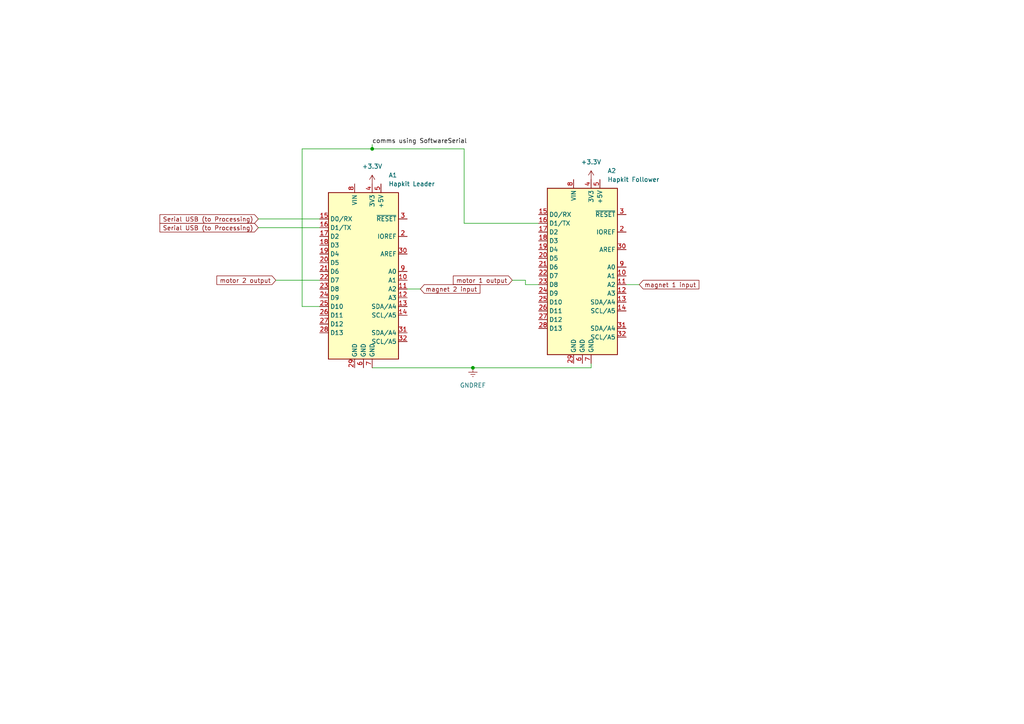
<source format=kicad_sch>
(kicad_sch (version 20230121) (generator eeschema)
  (paper "A4")
  (lib_symbols
    (symbol "MCU_Module:Arduino_UNO_R3"
      (property "Reference" "A" (at -10.16 23.495 0))
      (property "Value" "Arduino_UNO_R3" (at 5.08 -26.67 0))
      (symbol "Arduino_UNO_R3_0_1"
        (rectangle (start -10.16 22.86) (end 10.16 -25.4) (stroke (width 0.254)) (fill (type background)))
      )
      (symbol "Arduino_UNO_R3_1_1"
        (pin no_connect line (at -10.16 -20.32 0) (length 2.54) hide (name "NC") (number "1"))
        (pin bidirectional line (at 12.7 -2.54 180) (length 2.54) (name "A1") (number "10"))
        (pin bidirectional line (at 12.7 -5.08 180) (length 2.54) (name "A2") (number "11"))
        (pin bidirectional line (at 12.7 -7.62 180) (length 2.54) (name "A3") (number "12"))
        (pin bidirectional line (at 12.7 -10.16 180) (length 2.54) (name "SDA/A4") (number "13"))
        (pin bidirectional line (at 12.7 -12.7 180) (length 2.54) (name "SCL/A5") (number "14"))
        (pin bidirectional line (at -12.7 15.24 0) (length 2.54) (name "D0/RX") (number "15"))
        (pin bidirectional line (at -12.7 12.7 0) (length 2.54) (name "D1/TX") (number "16"))
        (pin bidirectional line (at -12.7 10.16 0) (length 2.54) (name "D2") (number "17"))
        (pin bidirectional line (at -12.7 7.62 0) (length 2.54) (name "D3") (number "18"))
        (pin bidirectional line (at -12.7 5.08 0) (length 2.54) (name "D4") (number "19"))
        (pin output line (at 12.7 10.16 180) (length 2.54) (name "IOREF") (number "2"))
        (pin bidirectional line (at -12.7 2.54 0) (length 2.54) (name "D5") (number "20"))
        (pin bidirectional line (at -12.7 0 0) (length 2.54) (name "D6") (number "21"))
        (pin bidirectional line (at -12.7 -2.54 0) (length 2.54) (name "D7") (number "22"))
        (pin bidirectional line (at -12.7 -5.08 0) (length 2.54) (name "D8") (number "23"))
        (pin bidirectional line (at -12.7 -7.62 0) (length 2.54) (name "D9") (number "24"))
        (pin bidirectional line (at -12.7 -10.16 0) (length 2.54) (name "D10") (number "25"))
        (pin bidirectional line (at -12.7 -12.7 0) (length 2.54) (name "D11") (number "26"))
        (pin bidirectional line (at -12.7 -15.24 0) (length 2.54) (name "D12") (number "27"))
        (pin bidirectional line (at -12.7 -17.78 0) (length 2.54) (name "D13") (number "28"))
        (pin power_in line (at -2.54 -27.94 90) (length 2.54) (name "GND") (number "29"))
        (pin input line (at 12.7 15.24 180) (length 2.54) (name "~{RESET}") (number "3"))
        (pin input line (at 12.7 5.08 180) (length 2.54) (name "AREF") (number "30"))
        (pin bidirectional line (at 12.7 -17.78 180) (length 2.54) (name "SDA/A4") (number "31"))
        (pin bidirectional line (at 12.7 -20.32 180) (length 2.54) (name "SCL/A5") (number "32"))
        (pin power_out line (at 2.54 25.4 270) (length 2.54) (name "3V3") (number "4"))
        (pin power_out line (at 5.08 25.4 270) (length 2.54) (name "+5V") (number "5"))
        (pin power_in line (at 0 -27.94 90) (length 2.54) (name "GND") (number "6"))
        (pin power_in line (at 2.54 -27.94 90) (length 2.54) (name "GND") (number "7"))
        (pin power_in line (at -2.54 25.4 270) (length 2.54) (name "VIN") (number "8"))
        (pin bidirectional line (at 12.7 0 180) (length 2.54) (name "A0") (number "9"))
      )
    )
    (symbol "power:+3.3V" (power) (pin_names (offset 0))
      (property "Value" "+3.3V" (at 0 3.556 0))
      (symbol "+3.3V_0_1"
        (polyline (pts (xy -0.762 1.27) (xy 0 2.54)))
        (polyline (pts (xy 0 0) (xy 0 2.54)))
        (polyline (pts (xy 0 2.54) (xy 0.762 1.27)))
      )
      (symbol "+3.3V_1_1"
        (pin power_in line (at 0 0 90) (length 0) hide (name "+3.3V") (number "1"))
      )
    )
    (symbol "power:GNDREF" (power) (pin_names (offset 0))
      (property "Value" "GNDREF" (at 0 -3.81 0))
      (symbol "GNDREF_0_1"
        (polyline (pts (xy -0.635 -1.905) (xy 0.635 -1.905)))
        (polyline (pts (xy -0.127 -2.54) (xy 0.127 -2.54)))
        (polyline (pts (xy 0 -1.27) (xy 0 0)))
        (polyline (pts (xy 1.27 -1.27) (xy -1.27 -1.27)))
      )
      (symbol "GNDREF_1_1"
        (pin power_in line (at 0 0 270) (length 0) hide (name "GNDREF") (number "1"))
      )
    )
  )
  (junction (at 107.95 43.18))
  (junction (at 137.16 106.68))
  (wire (pts (xy 152.4 82.55) (xy 156.21 82.55)))
  (wire (pts (xy 87.63 88.9) (xy 92.71 88.9)))
  (wire (pts (xy 137.16 106.68) (xy 171.45 106.68)))
  (wire (pts (xy 181.61 82.55) (xy 185.42 82.55)))
  (wire (pts (xy 152.4 81.28) (xy 152.4 82.55)))
  (wire (pts (xy 118.11 83.82) (xy 121.92 83.82)))
  (wire (pts (xy 107.95 41.91) (xy 107.95 43.18)))
  (wire (pts (xy 107.95 43.18) (xy 87.63 43.18)))
  (wire (pts (xy 87.63 43.18) (xy 87.63 88.9)))
  (wire (pts (xy 74.93 63.5) (xy 92.71 63.5)))
  (wire (pts (xy 80.01 81.28) (xy 92.71 81.28)))
  (wire (pts (xy 134.62 43.18) (xy 107.95 43.18)))
  (wire (pts (xy 134.62 64.77) (xy 156.21 64.77)))
  (wire (pts (xy 74.93 66.04) (xy 92.71 66.04)))
  (wire (pts (xy 107.95 106.68) (xy 137.16 106.68)))
  (wire (pts (xy 134.62 64.77) (xy 134.62 43.18)))
  (wire (pts (xy 148.59 81.28) (xy 152.4 81.28)))
  (wire (pts (xy 171.45 106.68) (xy 171.45 105.41)))
  (label "comms using SoftwareSerial" (at 107.95 41.91 0))
  (global_label "motor 1 output" (shape input) (at 148.59 81.28 180) (property "Intersheetrefs" "${INTERSHEET_REFS}" (effects hide)))
  (global_label "motor 2 output" (shape input) (at 80.01 81.28 180) (property "Intersheetrefs" "${INTERSHEET_REFS}" (effects hide)))
  (global_label "Serial USB (to Processing)" (shape input) (at 74.93 63.5 180) (property "Intersheetrefs" "${INTERSHEET_REFS}" (effects hide)))
  (global_label "Serial USB (to Processing)" (shape input) (at 74.93 66.04 180) (property "Intersheetrefs" "${INTERSHEET_REFS}" (effects hide)))
  (global_label "magnet 2 input" (shape input) (at 121.92 83.82 0) (property "Intersheetrefs" "${INTERSHEET_REFS}" (effects hide)))
  (global_label "magnet 1 input" (shape input) (at 185.42 82.55 0) (property "Intersheetrefs" "${INTERSHEET_REFS}" (effects hide)))
  (symbol (lib_id "power:GNDREF") (at 137.16 106.68 0) (unit 1)
    (property "Reference" "#PWR03" (effects hide))
    (property "Value" "GNDREF" (at 137.16 111.76 0))
  )
  (symbol (lib_id "power:+3.3V") (at 171.45 52.07 0) (unit 1)
    (property "Reference" "#PWR02" (effects hide))
    (property "Value" "+3.3V" (at 171.45 46.99 0))
  )
  (symbol (lib_id "MCU_Module:Arduino_UNO_R3") (at 168.91 77.47 0) (unit 1)
    (property "Reference" "A2" (at 176.1841 49.53 0) (effects (justify left)))
    (property "Value" "Hapkit Follower" (at 176.1841 52.07 0) (effects (justify left)))
    (property "Footprint" "Module:Arduino_UNO_R3" (effects hide))
    (property "Datasheet" "https://www.arduino.cc/en/Main/arduinoBoardUno" (effects hide))
  )
  (symbol (lib_id "power:+3.3V") (at 107.95 53.34 0) (unit 1)
    (property "Reference" "#PWR01" (effects hide))
    (property "Value" "+3.3V" (at 107.95 48.26 0))
  )
  (symbol (lib_id "MCU_Module:Arduino_UNO_R3") (at 105.41 78.74 0) (unit 1)
    (property "Reference" "A1" (at 112.6841 50.8 0) (effects (justify left)))
    (property "Value" "Hapkit Leader" (at 112.6841 53.34 0) (effects (justify left)))
    (property "Footprint" "Module:Arduino_UNO_R3" (effects hide))
    (property "Datasheet" "https://www.arduino.cc/en/Main/arduinoBoardUno" (effects hide))
  )
)
</source>
